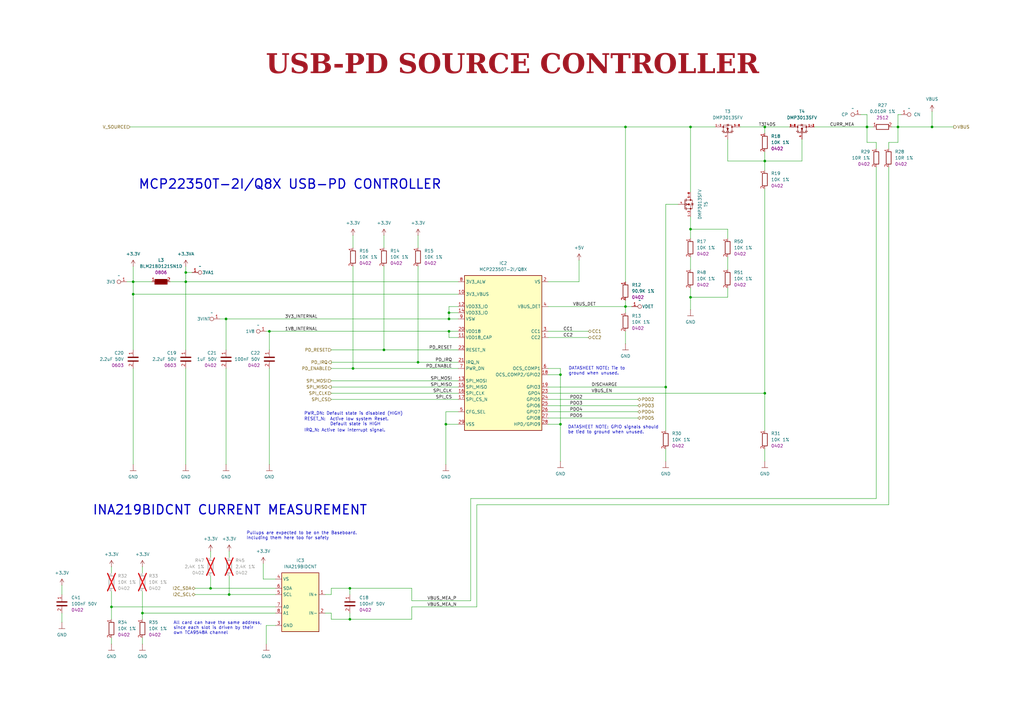
<source format=kicad_sch>
(kicad_sch (version 20250114) (generator "eeschema") (generator_version "9.0")
  (paper "A3")
  (title_block (title "Sheet Title B") (date "2025-01-12") (rev "1.0.0") (company "DvidMakesThings"))
  (lib_symbols
    (symbol "DS_Capacitor_0402:100nF 50V 0402"
      (property "Reference" "C" (at 3.81 2.032 0))
      (property "Value" "100nF 50V" (at 3.81 0 0))
      (property "FOOTPRINT_SHORT" "0402" (at 3.81 -2.032 0))
      (symbol "100nF 50V 0402_1_1"
        (pin passive line (at 0 3.81 270) (length 2.794) (name "~") (number "1"))
        (pin passive line (at 0 -3.81 90) (length 2.794) (name "~") (number "2"))
      )
    )
    (symbol "DS_Capacitor_0402:1uF 50V 0402"
      (property "Reference" "C" (at 3.81 2.032 0))
      (property "Value" "1uF 50V" (at 3.81 0 0))
      (property "FOOTPRINT_SHORT" "0402" (at 3.81 -2.032 0))
      (symbol "1uF 50V 0402_1_1"
        (pin passive line (at 0 3.81 270) (length 2.794) (name "~") (number "1"))
        (pin passive line (at 0 -3.81 90) (length 2.794) (name "~") (number "2"))
      )
    )
    (symbol "DS_Capacitor_0603:2.2uF 50V 0603"
      (property "Reference" "C" (at 3.81 2.032 0))
      (property "Value" "2.2uF 50V" (at 3.81 0 0))
      (property "FOOTPRINT_SHORT" "0603" (at 3.81 -2.032 0))
      (symbol "2.2uF 50V 0603_1_1"
        (pin passive line (at 0 3.81 270) (length 2.794) (name "~") (number "1"))
        (pin passive line (at 0 -3.81 90) (length 2.794) (name "~") (number "2"))
      )
    )
    (symbol "DS_FET:DMP3013SFV"
      (property "Reference" "T" (at 6.858 3.048 0))
      (property "Value" "DMP3013SFV" (at 6.858 0.762 0))
      (symbol "DMP3013SFV_1_1"
        (pin input line (at -5.08 0 0) (length 2.54) (name "") (number "4"))
        (pin passive line (at 0 5.08 270) (length 2.54) (name "") (number "5-8"))
        (pin passive line (at 0 -5.08 90) (length 2.54) (name "") (number "1-3"))
      )
    )
    (symbol "DS_Inductor:BLM21BD121SH1"
      (property "Reference" "L" (at 2.286 0.762 0))
      (property "Value" "BLM21BD121SN1D" (at 2.286 -1.524 0))
      (property "Package" "0806" (at 2.54 -3.556 0))
      (symbol "BLM21BD121SH1_1_1"
        (pin passive line (at 0 3.81 270) (length 1.27) (name "~") (number "1"))
        (pin passive line (at 0 -3.81 90) (length 1.27) (name "~") (number "2"))
      )
    )
    (symbol "DS_Peripherals:INA219BIDCNT"
      (property "Reference" "IC" (at -1.016 14.732 0))
      (property "Value" "INA219BIDCNT" (at -6.35 -13.208 0))
      (symbol "INA219BIDCNT_1_1"
        (pin power_in line (at -10.16 10.16 0) (length 2.54) (name "VS") (number "4"))
        (pin bidirectional line (at -10.16 6.35 0) (length 2.54) (name "SDA") (number "6"))
        (pin input line (at -10.16 3.81 0) (length 2.54) (name "SCL") (number "5"))
        (pin input line (at -10.16 -1.27 0) (length 2.54) (name "A0") (number "7"))
        (pin input line (at -10.16 -3.81 0) (length 2.54) (name "A1") (number "8"))
        (pin power_in line (at -10.16 -8.89 0) (length 2.54) (name "GND") (number "3"))
        (pin input line (at 10.16 3.81 180) (length 2.54) (name "IN+") (number "1"))
        (pin input line (at 10.16 -3.81 180) (length 2.54) (name "IN-") (number "2"))
      )
    )
    (symbol "DS_Peripherals:MCP22350T-2I"
      (property "Reference" "IC" (at -13.208 34.544 0))
      (property "Value" "MCP22350T-2I/Q8X" (at -2.54 -32.512 0))
      (symbol "MCP22350T-2I_0_0"
        (pin power_in line (at -20.32 30.48 0) (length 2.54) (name "3V3_ALW") (number "8"))
        (pin power_in line (at -20.32 25.4 0) (length 2.54) (name "3V3_VBUS") (number "10"))
        (pin power_in line (at -20.32 20.32 0) (length 2.54) (name "VDD33_IO") (number "12"))
        (pin power_in line (at -20.32 17.78 0) (length 2.54) (name "VDD33_IO") (number "14"))
        (pin unspecified line (at -20.32 15.24 0) (length 2.54) (name "VSW") (number "9"))
        (pin power_in line (at -20.32 10.16 0) (length 2.54) (name "VDD18") (number "20"))
        (pin power_in line (at -20.32 7.62 0) (length 2.54) (name "VDD18_CAP") (number "11"))
        (pin unspecified line (at -20.32 2.54 0) (length 2.54) (name "RESET_N") (number "22"))
        (pin unspecified line (at -20.32 -2.54 0) (length 2.54) (name "IRQ_N") (number "21"))
        (pin unspecified line (at -20.32 -10.16 0) (length 2.54) (name "SPI_MOSI") (number "13"))
        (pin unspecified line (at -20.32 -12.7 0) (length 2.54) (name "SPI_MISO") (number "15"))
        (pin unspecified line (at -20.32 -15.24 0) (length 2.54) (name "SPI_CLK") (number "16"))
        (pin unspecified line (at -20.32 -17.78 0) (length 2.54) (name "SPI_CS_N") (number "17"))
        (pin unspecified line (at -20.32 -22.86 0) (length 2.54) (name "CFG_SEL") (number "5"))
        (pin unspecified line (at 16.51 30.48 180) (length 2.54) (name "VS") (number "2"))
        (pin unspecified line (at 16.51 20.32 180) (length 2.54) (name "VBUS_DET") (number "4"))
        (pin unspecified line (at 16.51 10.16 180) (length 2.54) (name "CC1") (number "3"))
        (pin unspecified line (at 16.51 7.62 180) (length 2.54) (name "CC2") (number "1"))
        (pin unspecified line (at 16.51 -5.08 180) (length 2.54) (name "OCS_COMP1") (number "6"))
        (pin unspecified line (at 16.51 -7.62 180) (length 2.54) (name "OCS_COMP2/GPIO2") (number "18"))
        (pin unspecified line (at 16.51 -12.7 180) (length 2.54) (name "GPIO3") (number "19"))
        (pin unspecified line (at 16.51 -15.24 180) (length 2.54) (name "GPO4") (number "23"))
        (pin unspecified line (at 16.51 -17.78 180) (length 2.54) (name "GPIO5") (number "24"))
        (pin unspecified line (at 16.51 -20.32 180) (length 2.54) (name "GPIO6") (number "25"))
        (pin unspecified line (at 16.51 -22.86 180) (length 2.54) (name "GPIO7") (number "26"))
        (pin unspecified line (at 16.51 -25.4 180) (length 2.54) (name "GPIO8") (number "27"))
        (pin unspecified line (at 16.51 -27.94 180) (length 2.54) (name "HPD/GPIO9") (number "28"))
      )
      (symbol "MCP22350T-2I_1_0"
        (pin unspecified line (at -20.32 -5.08 0) (length 2.54) (name "PWR_DN") (number "7"))
        (pin unspecified line (at -20.32 -27.94 0) (length 2.54) (name "VSS") (number "29"))
      )
    )
    (symbol "DS_Resistor_0402:10K 1% 0402"
      (property "Reference" "R" (at 2.032 2.032 0))
      (property "Value" "10K 1%" (at 2.032 0 0))
      (property "FOOTPRINT_SHORT" "0402" (at 2.032 -2.032 0))
      (symbol "10K 1% 0402_1_1"
        (pin passive line (at 0 3.81 270) (length 1.27) (name "~") (number "1"))
        (pin passive line (at 0 -3.81 90) (length 1.27) (name "~") (number "2"))
      )
    )
    (symbol "DS_Resistor_0402:10R 1% 0402"
      (property "Reference" "R" (at 2.032 2.032 0))
      (property "Value" "10R 1%" (at 2.032 0 0))
      (property "FOOTPRINT_SHORT" "0402" (at 2.032 -2.032 0))
      (symbol "10R 1% 0402_1_1"
        (pin passive line (at 0 3.81 270) (length 1.27) (name "~") (number "1"))
        (pin passive line (at 0 -3.81 90) (length 1.27) (name "~") (number "2"))
      )
    )
    (symbol "DS_Resistor_0402:2.4K 1% 0402"
      (property "Reference" "R" (at 2.032 2.032 0))
      (property "Value" "2.4K 1%" (at 2.032 0 0))
      (property "FOOTPRINT_SHORT" "0402" (at 2.032 -2.032 0))
      (symbol "2.4K 1% 0402_1_1"
        (pin passive line (at 0 3.81 270) (length 1.27) (name "~") (number "1"))
        (pin passive line (at 0 -3.81 90) (length 1.27) (name "~") (number "2"))
      )
    )
    (symbol "DS_Resistor_0402:90.9K 1% 0402"
      (property "Reference" "R" (at 2.032 2.032 0))
      (property "Value" "90.9K 1%" (at 2.032 0 0))
      (property "FOOTPRINT_SHORT" "0402" (at 2.032 -2.032 0))
      (symbol "90.9K 1% 0402_1_1"
        (pin passive line (at 0 3.81 270) (length 1.27) (name "~") (number "1"))
        (pin passive line (at 0 -3.81 90) (length 1.27) (name "~") (number "2"))
      )
    )
    (symbol "DS_Resistor_2512:0.010R 1% 2512"
      (property "Reference" "R" (at 2.032 2.032 0))
      (property "Value" "0.010R 1%" (at 2.032 0 0))
      (property "FOOTPRINT_SHORT" "2512" (at 2.032 -2.032 0))
      (symbol "0.010R 1% 2512_1_1"
        (pin passive line (at 0 3.81 270) (length 1.27) (name "~") (number "1"))
        (pin passive line (at 0 -3.81 90) (length 1.27) (name "~") (number "2"))
      )
    )
    (symbol "DS_Supply:GND" (power) (pin_numbers (hide yes)) (pin_names (offset 0) (hide yes))
      (property "Value" "GND" (at 0 -3.81 0))
      (symbol "GND_1_1"
        (pin power_in line (at 0 0 270) (length 0) (name "~") (number "1"))
      )
    )
    (symbol "DS_Test:Test_Point"
      (property "Reference" "TP" (at 0 4.064 0))
      (symbol "Test_Point_1_1"
        (pin passive line (at 0 -1.27 90) (length 2.54) (name "") (number "1"))
      )
    )
    (symbol "power:+3.3V" (power) (pin_numbers (hide yes)) (pin_names (offset 0) (hide yes))
      (property "Value" "+3.3V" (at 0 3.556 0))
      (symbol "+3.3V_1_1"
        (pin power_in line (at 0 0 90) (length 0) (name "~") (number "1"))
      )
    )
    (symbol "power:+3.3VA" (power) (pin_numbers (hide yes)) (pin_names (offset 0) (hide yes))
      (property "Value" "+3.3VA" (at 0 3.556 0))
      (symbol "+3.3VA_1_1"
        (pin power_in line (at 0 0 90) (length 0) (name "~") (number "1"))
      )
    )
    (symbol "power:+5V" (power) (pin_numbers (hide yes)) (pin_names (offset 0) (hide yes))
      (property "Value" "+5V" (at 0 3.556 0))
      (symbol "+5V_1_1"
        (pin power_in line (at 0 0 90) (length 0) (name "~") (number "1"))
      )
    )
    (symbol "power:VBUS" (power) (pin_numbers (hide yes)) (pin_names (offset 0) (hide yes))
      (property "Value" "VBUS" (at 0 3.556 0))
      (symbol "VBUS_1_1"
        (pin power_in line (at 0 0 90) (length 0) (name "~") (number "1"))
      )
    )
  )
  (text "DATASHEET NOTE: Tie to \nground when unused." (at 233.172 152.146 0) (effects (font (size 1.27 1.27)) (justify left)))
  (text "MCP22350T-2I/Q8X USB-PD CONTROLLER" (at 56.642 75.692 0) (effects (font (size 3.81 3.81) (thickness 0.508) (bold yes)) (justify left)))
  (text "PWR_DN: Default state is disabled (HIGH)" (at 124.714 169.672 0) (effects (font (size 1.27 1.27)) (justify left)))
  (text "Pullups are expected to be on the Baseboard. \nIncluding them here too for safety" (at 101.092 219.71 0) (effects (font (size 1.27 1.27)) (justify left)))
  (text "RESET_N:  Active low system Reset. \n           Default state is HIGH" (at 124.714 172.974 0) (effects (font (size 1.27 1.27)) (justify left)))
  (text "DATASHEET NOTE: GPIO signals should \nbe tied to ground when unused." (at 232.918 176.276 0) (effects (font (size 1.27 1.27)) (justify left)))
  (text "All card can have the same address,\nsince each slot is driven by their\nown TCA9548A channel" (at 71.12 257.556 0) (effects (font (size 1.27 1.27)) (justify left)))
  (text "IRQ_N: Active low interrupt signal." (at 124.714 176.53 0) (effects (font (size 1.27 1.27)) (justify left)))
  (text "INA219BIDCNT CURRENT MEASUREMENT" (at 37.846 209.296 0) (effects (font (size 3.81 3.81) (thickness 0.508) (bold yes)) (justify left)))
  (text_box "USB-PD SOURCE CONTROLLER" (at 13.97 20.32 0) (size 392.43 12.7) (margins 5.9999 5.9999 5.9999 5.9999) (stroke (width -0.0001)) (effects (font (size 8 8) (thickness 1.2) (bold yes))))
  (junction (at 54.61 120.65))
  (junction (at 256.54 125.73))
  (junction (at 283.21 52.07))
  (junction (at 283.21 93.98))
  (junction (at 283.21 121.92))
  (junction (at 184.15 135.89))
  (junction (at 93.98 243.84))
  (junction (at 86.36 241.3))
  (junction (at 313.69 52.07))
  (junction (at 273.05 158.75))
  (junction (at 382.27 52.07))
  (junction (at 229.87 153.67))
  (junction (at 58.42 251.46))
  (junction (at 54.61 115.57))
  (junction (at 110.49 135.89))
  (junction (at 144.78 151.13))
  (junction (at 45.72 248.92))
  (junction (at 313.69 66.04))
  (junction (at 143.51 241.3))
  (junction (at 92.71 130.81))
  (junction (at 355.6 52.07))
  (junction (at 76.2 115.57))
  (junction (at 256.54 52.07))
  (junction (at 368.3 52.07))
  (junction (at 157.48 143.51))
  (junction (at 184.15 130.81))
  (junction (at 171.45 148.59))
  (junction (at 143.51 254))
  (junction (at 76.2 111.76))
  (junction (at 182.88 173.99))
  (junction (at 184.15 128.27))
  (junction (at 313.69 161.29))
  (junction (at 229.87 173.99))
  (wire (pts (xy 53.34 52.07) (xy 256.54 52.07)))
  (wire (pts (xy 256.54 123.19) (xy 256.54 125.73)))
  (wire (pts (xy 143.51 251.46) (xy 143.51 254)))
  (wire (pts (xy 86.36 241.3) (xy 113.03 241.3)))
  (wire (pts (xy 90.17 130.81) (xy 92.71 130.81)))
  (wire (pts (xy 256.54 125.73) (xy 259.08 125.73)))
  (wire (pts (xy 69.85 115.57) (xy 76.2 115.57)))
  (wire (pts (xy 171.45 148.59) (xy 187.96 148.59)))
  (wire (pts (xy 364.49 68.58) (xy 364.49 207.01)))
  (wire (pts (xy 135.89 254) (xy 143.51 254)))
  (wire (pts (xy 25.4 240.03) (xy 25.4 243.84)))
  (wire (pts (xy 109.22 135.89) (xy 110.49 135.89)))
  (wire (pts (xy 45.72 242.57) (xy 45.72 248.92)))
  (wire (pts (xy 135.89 241.3) (xy 143.51 241.3)))
  (wire (pts (xy 195.58 207.01) (xy 195.58 248.92)))
  (wire (pts (xy 135.89 156.21) (xy 187.96 156.21)))
  (wire (pts (xy 224.79 168.91) (xy 261.62 168.91)))
  (wire (pts (xy 135.89 151.13) (xy 144.78 151.13)))
  (wire (pts (xy 157.48 109.22) (xy 157.48 143.51)))
  (wire (pts (xy 283.21 118.11) (xy 283.21 121.92)))
  (wire (pts (xy 92.71 130.81) (xy 184.15 130.81)))
  (wire (pts (xy 365.76 52.07) (xy 368.3 52.07)))
  (wire (pts (xy 368.3 46.99) (xy 368.3 52.07)))
  (wire (pts (xy 256.54 52.07) (xy 283.21 52.07)))
  (wire (pts (xy 334.01 52.07) (xy 355.6 52.07)))
  (wire (pts (xy 184.15 128.27) (xy 187.96 128.27)))
  (wire (pts (xy 298.45 118.11) (xy 298.45 121.92)))
  (wire (pts (xy 229.87 173.99) (xy 229.87 189.23)))
  (wire (pts (xy 182.88 168.91) (xy 182.88 173.99)))
  (wire (pts (xy 93.98 226.06) (xy 93.98 228.6)))
  (wire (pts (xy 143.51 241.3) (xy 143.51 243.84)))
  (wire (pts (xy 283.21 110.49) (xy 283.21 105.41)))
  (wire (pts (xy 58.42 242.57) (xy 58.42 251.46)))
  (wire (pts (xy 224.79 171.45) (xy 261.62 171.45)))
  (wire (pts (xy 113.03 237.49) (xy 107.95 237.49)))
  (wire (pts (xy 283.21 93.98) (xy 298.45 93.98)))
  (wire (pts (xy 80.01 241.3) (xy 86.36 241.3)))
  (wire (pts (xy 92.71 190.5) (xy 92.71 151.13)))
  (wire (pts (xy 113.03 256.54) (xy 109.22 256.54)))
  (wire (pts (xy 355.6 46.99) (xy 355.6 52.07)))
  (wire (pts (xy 298.45 66.04) (xy 313.69 66.04)))
  (wire (pts (xy 364.49 60.96) (xy 364.49 58.42)))
  (wire (pts (xy 229.87 153.67) (xy 229.87 173.99)))
  (wire (pts (xy 168.91 248.92) (xy 195.58 248.92)))
  (wire (pts (xy 237.49 106.68) (xy 237.49 115.57)))
  (wire (pts (xy 187.96 125.73) (xy 184.15 125.73)))
  (wire (pts (xy 224.79 151.13) (xy 229.87 151.13)))
  (wire (pts (xy 143.51 254) (xy 168.91 254)))
  (wire (pts (xy 283.21 52.07) (xy 293.37 52.07)))
  (wire (pts (xy 168.91 246.38) (xy 193.04 246.38)))
  (wire (pts (xy 256.54 140.97) (xy 256.54 135.89)))
  (wire (pts (xy 144.78 109.22) (xy 144.78 151.13)))
  (wire (pts (xy 76.2 190.5) (xy 76.2 151.13)))
  (wire (pts (xy 382.27 52.07) (xy 391.16 52.07)))
  (wire (pts (xy 76.2 111.76) (xy 76.2 115.57)))
  (wire (pts (xy 368.3 58.42) (xy 368.3 52.07)))
  (wire (pts (xy 45.72 232.41) (xy 45.72 234.95)))
  (wire (pts (xy 224.79 161.29) (xy 313.69 161.29)))
  (wire (pts (xy 184.15 125.73) (xy 184.15 128.27)))
  (wire (pts (xy 224.79 115.57) (xy 237.49 115.57)))
  (wire (pts (xy 273.05 189.23) (xy 273.05 184.15)))
  (wire (pts (xy 359.41 58.42) (xy 355.6 58.42)))
  (wire (pts (xy 54.61 120.65) (xy 54.61 115.57)))
  (wire (pts (xy 355.6 58.42) (xy 355.6 52.07)))
  (wire (pts (xy 313.69 62.23) (xy 313.69 66.04)))
  (wire (pts (xy 256.54 125.73) (xy 256.54 128.27)))
  (wire (pts (xy 54.61 115.57) (xy 62.23 115.57)))
  (wire (pts (xy 133.35 251.46) (xy 135.89 251.46)))
  (wire (pts (xy 313.69 161.29) (xy 313.69 77.47)))
  (wire (pts (xy 52.07 115.57) (xy 54.61 115.57)))
  (wire (pts (xy 107.95 231.14) (xy 107.95 237.49)))
  (wire (pts (xy 54.61 190.5) (xy 54.61 151.13)))
  (wire (pts (xy 313.69 189.23) (xy 313.69 184.15)))
  (wire (pts (xy 313.69 66.04) (xy 313.69 69.85)))
  (wire (pts (xy 187.96 130.81) (xy 184.15 130.81)))
  (wire (pts (xy 368.3 52.07) (xy 382.27 52.07)))
  (wire (pts (xy 313.69 161.29) (xy 313.69 176.53)))
  (wire (pts (xy 298.45 93.98) (xy 298.45 97.79)))
  (wire (pts (xy 283.21 121.92) (xy 298.45 121.92)))
  (wire (pts (xy 135.89 163.83) (xy 187.96 163.83)))
  (wire (pts (xy 157.48 96.52) (xy 157.48 101.6)))
  (wire (pts (xy 224.79 138.43) (xy 241.3 138.43)))
  (wire (pts (xy 93.98 236.22) (xy 93.98 243.84)))
  (wire (pts (xy 298.45 57.15) (xy 298.45 66.04)))
  (wire (pts (xy 364.49 207.01) (xy 195.58 207.01)))
  (wire (pts (xy 359.41 60.96) (xy 359.41 58.42)))
  (wire (pts (xy 283.21 121.92) (xy 283.21 127)))
  (wire (pts (xy 54.61 115.57) (xy 54.61 109.22)))
  (wire (pts (xy 313.69 52.07) (xy 313.69 54.61)))
  (wire (pts (xy 54.61 120.65) (xy 54.61 143.51)))
  (wire (pts (xy 328.93 66.04) (xy 313.69 66.04)))
  (wire (pts (xy 135.89 148.59) (xy 171.45 148.59)))
  (wire (pts (xy 224.79 158.75) (xy 273.05 158.75)))
  (wire (pts (xy 313.69 52.07) (xy 323.85 52.07)))
  (wire (pts (xy 143.51 241.3) (xy 168.91 241.3)))
  (wire (pts (xy 58.42 232.41) (xy 58.42 234.95)))
  (wire (pts (xy 76.2 111.76) (xy 78.74 111.76)))
  (wire (pts (xy 58.42 261.62) (xy 58.42 264.16)))
  (wire (pts (xy 229.87 151.13) (xy 229.87 153.67)))
  (wire (pts (xy 168.91 254) (xy 168.91 248.92)))
  (wire (pts (xy 135.89 161.29) (xy 187.96 161.29)))
  (wire (pts (xy 283.21 78.74) (xy 283.21 52.07)))
  (wire (pts (xy 80.01 243.84) (xy 93.98 243.84)))
  (wire (pts (xy 110.49 135.89) (xy 110.49 143.51)))
  (wire (pts (xy 144.78 151.13) (xy 187.96 151.13)))
  (wire (pts (xy 58.42 251.46) (xy 113.03 251.46)))
  (wire (pts (xy 303.53 52.07) (xy 313.69 52.07)))
  (wire (pts (xy 224.79 166.37) (xy 261.62 166.37)))
  (wire (pts (xy 369.57 46.99) (xy 368.3 46.99)))
  (wire (pts (xy 92.71 130.81) (xy 92.71 143.51)))
  (wire (pts (xy 93.98 243.84) (xy 113.03 243.84)))
  (wire (pts (xy 187.96 135.89) (xy 184.15 135.89)))
  (wire (pts (xy 171.45 109.22) (xy 171.45 148.59)))
  (wire (pts (xy 224.79 173.99) (xy 229.87 173.99)))
  (wire (pts (xy 76.2 115.57) (xy 187.96 115.57)))
  (wire (pts (xy 58.42 251.46) (xy 58.42 254)))
  (wire (pts (xy 224.79 135.89) (xy 241.3 135.89)))
  (wire (pts (xy 359.41 204.47) (xy 193.04 204.47)))
  (wire (pts (xy 171.45 96.52) (xy 171.45 101.6)))
  (wire (pts (xy 224.79 153.67) (xy 229.87 153.67)))
  (wire (pts (xy 256.54 52.07) (xy 256.54 115.57)))
  (wire (pts (xy 187.96 120.65) (xy 54.61 120.65)))
  (wire (pts (xy 283.21 93.98) (xy 283.21 88.9)))
  (wire (pts (xy 182.88 173.99) (xy 182.88 190.5)))
  (wire (pts (xy 353.06 46.99) (xy 355.6 46.99)))
  (wire (pts (xy 168.91 241.3) (xy 168.91 246.38)))
  (wire (pts (xy 283.21 97.79) (xy 283.21 93.98)))
  (wire (pts (xy 76.2 115.57) (xy 76.2 143.51)))
  (wire (pts (xy 328.93 57.15) (xy 328.93 66.04)))
  (wire (pts (xy 355.6 52.07) (xy 358.14 52.07)))
  (wire (pts (xy 25.4 255.27) (xy 25.4 251.46)))
  (wire (pts (xy 133.35 243.84) (xy 135.89 243.84)))
  (wire (pts (xy 144.78 96.52) (xy 144.78 101.6)))
  (wire (pts (xy 110.49 190.5) (xy 110.49 151.13)))
  (wire (pts (xy 135.89 251.46) (xy 135.89 254)))
  (wire (pts (xy 224.79 163.83) (xy 261.62 163.83)))
  (wire (pts (xy 273.05 83.82) (xy 278.13 83.82)))
  (wire (pts (xy 193.04 204.47) (xy 193.04 246.38)))
  (wire (pts (xy 86.36 226.06) (xy 86.36 228.6)))
  (wire (pts (xy 382.27 45.72) (xy 382.27 52.07)))
  (wire (pts (xy 109.22 256.54) (xy 109.22 264.16)))
  (wire (pts (xy 273.05 158.75) (xy 273.05 176.53)))
  (wire (pts (xy 45.72 261.62) (xy 45.72 264.16)))
  (wire (pts (xy 135.89 158.75) (xy 187.96 158.75)))
  (wire (pts (xy 359.41 68.58) (xy 359.41 204.47)))
  (wire (pts (xy 86.36 236.22) (xy 86.36 241.3)))
  (wire (pts (xy 135.89 243.84) (xy 135.89 241.3)))
  (wire (pts (xy 224.79 125.73) (xy 256.54 125.73)))
  (wire (pts (xy 184.15 128.27) (xy 184.15 130.81)))
  (wire (pts (xy 45.72 248.92) (xy 113.03 248.92)))
  (wire (pts (xy 273.05 158.75) (xy 273.05 83.82)))
  (wire (pts (xy 187.96 168.91) (xy 182.88 168.91)))
  (wire (pts (xy 364.49 58.42) (xy 368.3 58.42)))
  (wire (pts (xy 187.96 173.99) (xy 182.88 173.99)))
  (wire (pts (xy 298.45 105.41) (xy 298.45 110.49)))
  (wire (pts (xy 45.72 248.92) (xy 45.72 254)))
  (wire (pts (xy 184.15 138.43) (xy 184.15 135.89)))
  (wire (pts (xy 76.2 111.76) (xy 76.2 109.22)))
  (wire (pts (xy 187.96 138.43) (xy 184.15 138.43)))
  (wire (pts (xy 110.49 135.89) (xy 184.15 135.89)))
  (wire (pts (xy 157.48 143.51) (xy 187.96 143.51)))
  (wire (pts (xy 135.89 143.51) (xy 157.48 143.51)))
  (label "PD_IRQ" (at 185.42 148.59 180))
  (label "SPI_CS" (at 185.42 163.83 180))
  (label "VBUS_EN" (at 242.57 161.29 0))
  (label "PDO3" (at 233.68 166.37 0))
  (label "VBUS_DET" (at 234.95 125.73 0))
  (label "PDO2" (at 233.68 163.83 0))
  (label "1V8_INTERNAL" (at 116.84 135.89 0))
  (label "VBUS_MEA_P" (at 175.26 246.38 0))
  (label "PDO5" (at 233.68 171.45 0))
  (label "T3T4DS" (at 311.15 52.07 0))
  (label "SPI_MISO" (at 185.42 158.75 180))
  (label "PD_RESET" (at 185.42 143.51 180))
  (label "CC1" (at 234.95 135.89 180))
  (label "PD_ENABLE" (at 185.42 151.13 180))
  (label "DISCHARGE" (at 242.57 158.75 0))
  (label "SPI_MOSI" (at 185.42 156.21 180))
  (label "VBUS_MEA_N" (at 175.26 248.92 0))
  (label "3V3_INTERNAL" (at 116.84 130.81 0))
  (label "CURR_MEA" (at 340.36 52.07 0))
  (label "SPI_CLK" (at 185.42 161.29 180))
  (label "PDO4" (at 233.68 168.91 0))
  (label "CC2" (at 234.95 138.43 180))
  (hierarchical_label "I2C_SCL" (shape bidirectional) (at 80.01 243.84 180))
  (hierarchical_label "PD_RESET" (shape input) (at 135.89 143.51 180))
  (hierarchical_label "V_SOURCE" (shape input) (at 53.34 52.07 180))
  (hierarchical_label "PD_ENABLE" (shape input) (at 135.89 151.13 180))
  (hierarchical_label "SPI_MISO" (shape output) (at 135.89 158.75 180))
  (hierarchical_label "PDO4" (shape bidirectional) (at 261.62 168.91 0))
  (hierarchical_label "SPI_MOSI" (shape input) (at 135.89 156.21 180))
  (hierarchical_label "PD_IRQ" (shape output) (at 135.89 148.59 180))
  (hierarchical_label "CC1" (shape bidirectional) (at 241.3 135.89 0))
  (hierarchical_label "PDO5" (shape bidirectional) (at 261.62 171.45 0))
  (hierarchical_label "PDO2" (shape bidirectional) (at 261.62 163.83 0))
  (hierarchical_label "SPI_CS" (shape input) (at 135.89 163.83 180))
  (hierarchical_label "CC2" (shape bidirectional) (at 241.3 138.43 0))
  (hierarchical_label "I2C_SDA" (shape bidirectional) (at 80.01 241.3 180))
  (hierarchical_label "PDO3" (shape bidirectional) (at 261.62 166.37 0))
  (hierarchical_label "SPI_CLK" (shape input) (at 135.89 161.29 180))
  (hierarchical_label "VBUS" (shape output) (at 391.16 52.07 0))
  (symbol (lib_id "DS_Resistor_0402:10K 1% 0402") (at 157.48 105.41 0) (unit 1)
    (property "Reference" "R14" (at 160.02 102.8699 0) (effects (justify left)))
    (property "Value" "10K 1%" (at 160.02 105.4099 0) (effects (justify left)))
    (property "Footprint" "Resistor_SMD:R_0402_1005Metric" (effects (hide yes)))
    (property "Description" "62.5mW Thick Film Resistors 50V ±100ppm/℃ ±1% 10kΩ 0402 Chip Resistor - Surface Mount ROHS" (effects (hide yes)))
    (property "LCSC_PART" "C25744" (effects (hide yes)))
    (property "ROHS" "YES" (effects (hide yes)))
    (property "FOOTPRINT_SHORT" "0402" (at 160.02 107.9499 0) (effects (justify left)))
    (property "MFR" "ROHM" (effects (hide yes)))
  )
  (symbol (lib_id "DS_Test:Test_Point") (at 107.95 135.89 90) (unit 1)
    (property "Reference" "1V8" (at 102.616 135.89 90))
    (property "Value" "~" (at 105.918 133.35 90))
    (property "Footprint" "DS_Test:TestPoint_0.6mm" (effects (hide yes)))
  )
  (symbol (lib_id "DS_Test:Test_Point") (at 80.01 111.76 270) (mirror x) (unit 1)
    (property "Reference" "3VA1" (at 85.344 111.76 90))
    (property "Value" "~" (at 82.042 109.22 90))
    (property "Footprint" "DS_Test:TestPoint_0.6mm" (effects (hide yes)))
  )
  (symbol (lib_id "power:+5V") (at 237.49 106.68 0) (unit 1)
    (property "Reference" "#PWR31" (effects (hide yes)))
    (property "Value" "+5V" (at 237.49 101.6 0))
    (property "Description" "Power symbol creates a global label with name \"+5V\"" (effects (hide yes)))
  )
  (symbol (lib_id "DS_Supply:GND") (at 92.71 190.5 0) (unit 1)
    (property "Reference" "#PWR29" (effects (hide yes)))
    (property "Value" "GND" (at 92.71 195.58 0))
    (property "Description" "Power symbol creates a global label with name \"GND\" , ground" (effects (hide yes)))
  )
  (symbol (lib_id "power:+3.3V") (at 45.72 232.41 0) (unit 1)
    (property "Reference" "#PWR45" (effects (hide yes)))
    (property "Value" "+3.3V" (at 45.72 227.33 0))
    (property "Description" "Power symbol creates a global label with name \"+3.3V\"" (effects (hide yes)))
  )
  (symbol (lib_id "DS_Supply:GND") (at 256.54 140.97 0) (unit 1)
    (property "Reference" "#PWR32" (effects (hide yes)))
    (property "Value" "GND" (at 256.54 146.05 0))
    (property "Description" "Power symbol creates a global label with name \"GND\" , ground" (effects (hide yes)))
  )
  (symbol (lib_id "DS_Test:Test_Point") (at 351.79 46.99 90) (unit 1)
    (property "Reference" "CP" (at 346.456 46.99 90))
    (property "Value" "~" (at 349.758 44.45 90))
    (property "Footprint" "DS_Test:TestPoint_0.6mm" (effects (hide yes)))
  )
  (symbol (lib_id "DS_Capacitor_0402:100nF 50V 0402") (at 110.49 147.32 0) (mirror y) (unit 1)
    (property "Reference" "C22" (at 106.68 144.7799 0) (effects (justify left)))
    (property "Value" "100nF 50V" (at 106.68 147.3199 0) (effects (justify left)))
    (property "Footprint" "Capacitor_SMD:C_0402_1005Metric" (effects (hide yes)))
    (property "Description" "50V 100nF X7R ±10% 0402 Multilayer Ceramic Capacitors MLCC - SMD/SMT ROHS" (effects (hide yes)))
    (property "FOOTPRINT_SHORT" "0402" (at 106.68 149.8599 0) (effects (justify left)))
    (property "ROHS" "YES" (effects (hide yes)))
    (property "LCSC_PART" "C307331" (effects (hide yes)))
  )
  (symbol (lib_id "DS_Supply:GND") (at 109.22 264.16 0) (unit 1)
    (property "Reference" "#PWR43" (effects (hide yes)))
    (property "Value" "GND" (at 109.22 269.24 0))
    (property "Description" "Power symbol creates a global label with name \"GND\" , ground" (effects (hide yes)))
  )
  (symbol (lib_id "DS_Resistor_0402:2.4K 1% 0402") (at 86.36 232.41 0) (mirror y) (unit 1) (in_bom no) (dnp yes)
    (property "Reference" "R47" (at 83.82 229.8699 0) (effects (justify left)))
    (property "Value" "2.4K 1%" (at 83.82 232.4099 0) (effects (justify left)))
    (property "Footprint" "Resistor_SMD:R_0402_1005Metric" (effects (hide yes)))
    (property "Description" "62.5mW Thick Film Resistors 50V ±100ppm/℃ ±1% 2.4kΩ 0402 Chip Resistor - Surface Mount ROHS" (effects (hide yes)))
    (property "LCSC_PART" "C25882" (effects (hide yes)))
    (property "ROHS" "YES" (effects (hide yes)))
    (property "FOOTPRINT_SHORT" "0402" (at 83.82 234.9499 0) (effects (justify left)))
    (property "MFR" "LIZ" (effects (hide yes)))
  )
  (symbol (lib_id "DS_Peripherals:MCP22350T-2I") (at 208.28 146.05 0) (unit 1)
    (property "Reference" "IC2" (at 206.375 107.95 0))
    (property "Value" "MCP22350T-2I/Q8X" (at 206.375 110.49 0))
    (property "Footprint" "DS_Peripherals:QFN-28-1EP_4x4mm_P0.4mm_EP2.6x2.6mm_ThermalVias" (effects (hide yes)))
    (property "Datasheet" "https://ww1.microchip.com/downloads/aemDocuments/documents/APID/ProductDocuments/DataSheets/MCP22350-Integrated-Small-Form-Factor-USB-Type-C-Data-Sheet-DS20006885.pdf" (effects (hide yes)))
    (property "Description" "USB Controller USB 3.1 SPI Interface 28-QFN (4x4)" (effects (hide yes)))
    (property "MPN" "MCP22350T-2I/Q8X" (effects (hide yes)))
    (property "MFR" "Microchip Technology" (effects (hide yes)))
    (property "LCSC_PART" "C38202699" (effects (hide yes)))
    (property "DIST1" "https://www.digikey.de/en/products/detail/texas-instruments/sn74lvc1g97qdckrq1/716453" (effects (hide yes)))
    (property "ROHS" "YES" (effects (hide yes)))
  )
  (symbol (lib_id "DS_Test:Test_Point") (at 50.8 115.57 90) (unit 1)
    (property "Reference" "3V3" (at 45.466 115.57 90))
    (property "Value" "~" (at 48.768 113.03 90))
    (property "Footprint" "DS_Test:TestPoint_0.6mm" (effects (hide yes)))
  )
  (symbol (lib_id "DS_Resistor_0402:2.4K 1% 0402") (at 93.98 232.41 0) (unit 1) (in_bom no) (dnp yes)
    (property "Reference" "R45" (at 96.52 229.8699 0) (effects (justify left)))
    (property "Value" "2.4K 1%" (at 96.52 232.4099 0) (effects (justify left)))
    (property "Footprint" "Resistor_SMD:R_0402_1005Metric" (effects (hide yes)))
    (property "Description" "62.5mW Thick Film Resistors 50V ±100ppm/℃ ±1% 2.4kΩ 0402 Chip Resistor - Surface Mount ROHS" (effects (hide yes)))
    (property "LCSC_PART" "C25882" (effects (hide yes)))
    (property "ROHS" "YES" (effects (hide yes)))
    (property "FOOTPRINT_SHORT" "0402" (at 96.52 234.9499 0) (effects (justify left)))
    (property "MFR" "LIZ" (effects (hide yes)))
  )
  (symbol (lib_id "DS_Supply:GND") (at 76.2 190.5 0) (unit 1)
    (property "Reference" "#PWR26" (effects (hide yes)))
    (property "Value" "GND" (at 76.2 195.58 0))
    (property "Description" "Power symbol creates a global label with name \"GND\" , ground" (effects (hide yes)))
  )
  (symbol (lib_id "DS_Resistor_0402:10R 1% 0402") (at 359.41 64.77 0) (mirror y) (unit 1)
    (property "Reference" "R29" (at 356.87 62.2299 0) (effects (justify left)))
    (property "Value" "10R 1%" (at 356.87 64.7699 0) (effects (justify left)))
    (property "Footprint" "Resistor_SMD:R_0402_1005Metric" (effects (hide yes)))
    (property "Description" "62.5mW Thick Film Resistors 50V ±1% ±200ppm/℃ 10Ω 0402 Chip Resistor - Surface Mount ROHS" (effects (hide yes)))
    (property "LCSC_PART" "C25077" (effects (hide yes)))
    (property "ROHS" "YES" (effects (hide yes)))
    (property "FOOTPRINT_SHORT" "0402" (at 356.87 67.3099 0) (effects (justify left)))
    (property "MFR" "Uniohm" (effects (hide yes)))
  )
  (symbol (lib_id "DS_Resistor_0402:10K 1% 0402") (at 283.21 114.3 0) (unit 1)
    (property "Reference" "R48" (at 285.75 111.7599 0) (effects (justify left)))
    (property "Value" "10K 1%" (at 285.75 114.2999 0) (effects (justify left)))
    (property "Footprint" "Resistor_SMD:R_0402_1005Metric" (effects (hide yes)))
    (property "Description" "62.5mW Thick Film Resistors 50V ±100ppm/℃ ±1% 10kΩ 0402 Chip Resistor - Surface Mount ROHS" (effects (hide yes)))
    (property "LCSC_PART" "C25744" (effects (hide yes)))
    (property "ROHS" "YES" (effects (hide yes)))
    (property "FOOTPRINT_SHORT" "0402" (at 285.75 116.8399 0) (effects (justify left)))
    (property "MFR" "ROHM" (effects (hide yes)))
  )
  (symbol (lib_id "DS_Test:Test_Point") (at 370.84 46.99 270) (mirror x) (unit 1)
    (property "Reference" "CN" (at 376.174 46.99 90))
    (property "Value" "~" (at 372.872 44.45 90))
    (property "Footprint" "DS_Test:TestPoint_0.6mm" (effects (hide yes)))
  )
  (symbol (lib_id "power:+3.3V") (at 54.61 109.22 0) (unit 1)
    (property "Reference" "#PWR24" (effects (hide yes)))
    (property "Value" "+3.3V" (at 54.61 104.14 0))
    (property "Description" "Power symbol creates a global label with name \"+3.3V\"" (effects (hide yes)))
  )
  (symbol (lib_id "DS_Supply:GND") (at 313.69 189.23 0) (unit 1)
    (property "Reference" "#PWR42" (effects (hide yes)))
    (property "Value" "GND" (at 313.69 194.31 0))
    (property "Description" "Power symbol creates a global label with name \"GND\" , ground" (effects (hide yes)))
  )
  (symbol (lib_id "DS_Resistor_0402:10R 1% 0402") (at 364.49 64.77 0) (unit 1)
    (property "Reference" "R28" (at 367.03 62.2299 0) (effects (justify left)))
    (property "Value" "10R 1%" (at 367.03 64.7699 0) (effects (justify left)))
    (property "Footprint" "Resistor_SMD:R_0402_1005Metric" (effects (hide yes)))
    (property "Description" "62.5mW Thick Film Resistors 50V ±1% ±200ppm/℃ 10Ω 0402 Chip Resistor - Surface Mount ROHS" (effects (hide yes)))
    (property "LCSC_PART" "C25077" (effects (hide yes)))
    (property "ROHS" "YES" (effects (hide yes)))
    (property "FOOTPRINT_SHORT" "0402" (at 367.03 67.3099 0) (effects (justify left)))
    (property "MFR" "Uniohm" (effects (hide yes)))
  )
  (symbol (lib_id "DS_Resistor_0402:10K 1% 0402") (at 313.69 180.34 0) (unit 1)
    (property "Reference" "R31" (at 316.23 177.7999 0) (effects (justify left)))
    (property "Value" "10K 1%" (at 316.23 180.3399 0) (effects (justify left)))
    (property "Footprint" "Resistor_SMD:R_0402_1005Metric" (effects (hide yes)))
    (property "Description" "62.5mW Thick Film Resistors 50V ±100ppm/℃ ±1% 10kΩ 0402 Chip Resistor - Surface Mount ROHS" (effects (hide yes)))
    (property "LCSC_PART" "C25744" (effects (hide yes)))
    (property "ROHS" "YES" (effects (hide yes)))
    (property "FOOTPRINT_SHORT" "0402" (at 316.23 182.8799 0) (effects (justify left)))
    (property "MFR" "ROHM" (effects (hide yes)))
  )
  (symbol (lib_id "DS_Supply:GND") (at 283.21 127 0) (unit 1)
    (property "Reference" "#PWR37" (effects (hide yes)))
    (property "Value" "GND" (at 283.21 132.08 0))
    (property "Description" "Power symbol creates a global label with name \"GND\" , ground" (effects (hide yes)))
  )
  (symbol (lib_id "DS_Resistor_2512:0.010R 1% 2512") (at 361.95 52.07 90) (unit 1)
    (property "Reference" "R27" (at 361.95 43.18 90))
    (property "Value" "0.010R 1%" (at 361.95 45.72 90))
    (property "Footprint" "Resistor_SMD:R_2512_6332Metric" (effects (hide yes)))
    (property "Description" "-55℃~+155℃ 10mΩ 1W 200V Thick Film Resistor ±1% ±1500ppm/℃ 2512 Chip Resistor - Surface Mount ROHS" (effects (hide yes)))
    (property "LCSC_PART" "C127692" (effects (hide yes)))
    (property "ROHS" "YES" (effects (hide yes)))
    (property "FOOTPRINT_SHORT" "2512" (at 361.95 48.26 90))
    (property "MFR" " UNI-ROYAL" (effects (hide yes)))
  )
  (symbol (lib_id "power:+3.3V") (at 144.78 96.52 0) (unit 1)
    (property "Reference" "#PWR36" (effects (hide yes)))
    (property "Value" "+3.3V" (at 144.78 91.44 0))
    (property "Description" "Power symbol creates a global label with name \"+3.3V\"" (effects (hide yes)))
  )
  (symbol (lib_id "DS_Supply:GND") (at 25.4 255.27 0) (unit 1)
    (property "Reference" "#PWR090" (effects (hide yes)))
    (property "Value" "GND" (at 25.4 260.35 0))
    (property "Description" "Power symbol creates a global label with name \"GND\" , ground" (effects (hide yes)))
  )
  (symbol (lib_id "DS_Resistor_0402:10K 1% 0402") (at 283.21 101.6 0) (unit 1)
    (property "Reference" "R17" (at 285.75 99.0599 0) (effects (justify left)))
    (property "Value" "10K 1%" (at 285.75 101.5999 0) (effects (justify left)))
    (property "Footprint" "Resistor_SMD:R_0402_1005Metric" (effects (hide yes)))
    (property "Description" "62.5mW Thick Film Resistors 50V ±100ppm/℃ ±1% 10kΩ 0402 Chip Resistor - Surface Mount ROHS" (effects (hide yes)))
    (property "LCSC_PART" "C25744" (effects (hide yes)))
    (property "ROHS" "YES" (effects (hide yes)))
    (property "FOOTPRINT_SHORT" "0402" (at 285.75 104.1399 0) (effects (justify left)))
    (property "MFR" "ROHM" (effects (hide yes)))
  )
  (symbol (lib_id "power:+3.3V") (at 58.42 232.41 0) (unit 1)
    (property "Reference" "#PWR44" (effects (hide yes)))
    (property "Value" "+3.3V" (at 58.42 227.33 0))
    (property "Description" "Power symbol creates a global label with name \"+3.3V\"" (effects (hide yes)))
  )
  (symbol (lib_id "DS_Supply:GND") (at 229.87 189.23 0) (unit 1)
    (property "Reference" "#PWR38" (effects (hide yes)))
    (property "Value" "GND" (at 229.87 194.31 0))
    (property "Description" "Power symbol creates a global label with name \"GND\" , ground" (effects (hide yes)))
  )
  (symbol (lib_id "DS_Resistor_0402:90.9K 1% 0402") (at 256.54 119.38 0) (unit 1)
    (property "Reference" "R12" (at 259.08 116.8399 0) (effects (justify left)))
    (property "Value" "90.9K 1%" (at 259.08 119.3799 0) (effects (justify left)))
    (property "Footprint" "Resistor_SMD:R_0402_1005Metric" (effects (hide yes)))
    (property "Datasheet" "https://jlcpcb.com/api/file/downloadByFileSystemAccessId/8588907086897537024" (effects (hide yes)))
    (property "Description" "90.9kΩ Thick Film Resistor ±1% ±100ppm/°C 0402 Chip Resistor - Surface Mount ROHS" (effects (hide yes)))
    (property "LCSC_PART" "C163452" (effects (hide yes)))
    (property "ROHS" "YES" (effects (hide yes)))
    (property "FOOTPRINT_SHORT" "0402" (at 259.08 121.9199 0) (effects (justify left)))
    (property "MFR" "YAGEO" (effects (hide yes)))
    (property "MPN" "RC0402FR-0790K9L" (effects (hide yes)))
  )
  (symbol (lib_id "DS_Resistor_0402:10K 1% 0402") (at 171.45 105.41 0) (unit 1)
    (property "Reference" "R15" (at 173.99 102.8699 0) (effects (justify left)))
    (property "Value" "10K 1%" (at 173.99 105.4099 0) (effects (justify left)))
    (property "Footprint" "Resistor_SMD:R_0402_1005Metric" (effects (hide yes)))
    (property "Description" "62.5mW Thick Film Resistors 50V ±100ppm/℃ ±1% 10kΩ 0402 Chip Resistor - Surface Mount ROHS" (effects (hide yes)))
    (property "LCSC_PART" "C25744" (effects (hide yes)))
    (property "ROHS" "YES" (effects (hide yes)))
    (property "FOOTPRINT_SHORT" "0402" (at 173.99 107.9499 0) (effects (justify left)))
    (property "MFR" "ROHM" (effects (hide yes)))
  )
  (symbol (lib_id "DS_Resistor_0402:10K 1% 0402") (at 58.42 257.81 0) (unit 1)
    (property "Reference" "R35" (at 60.96 255.2699 0) (effects (justify left)))
    (property "Value" "10K 1%" (at 60.96 257.8099 0) (effects (justify left)))
    (property "Footprint" "Resistor_SMD:R_0402_1005Metric" (effects (hide yes)))
    (property "Description" "62.5mW Thick Film Resistors 50V ±100ppm/℃ ±1% 10kΩ 0402 Chip Resistor - Surface Mount ROHS" (effects (hide yes)))
    (property "LCSC_PART" "C25744" (effects (hide yes)))
    (property "ROHS" "YES" (effects (hide yes)))
    (property "FOOTPRINT_SHORT" "0402" (at 60.96 260.3499 0) (effects (justify left)))
    (property "MFR" "ROHM" (effects (hide yes)))
  )
  (symbol (lib_id "power:VBUS") (at 382.27 45.72 0) (unit 1)
    (property "Reference" "#PWR33" (effects (hide yes)))
    (property "Value" "VBUS" (at 382.27 40.64 0))
    (property "Description" "Power symbol creates a global label with name \"VBUS\"" (effects (hide yes)))
  )
  (symbol (lib_id "DS_Resistor_0402:10K 1% 0402") (at 313.69 58.42 0) (unit 1)
    (property "Reference" "R18" (at 316.23 55.8799 0) (effects (justify left)))
    (property "Value" "10K 1%" (at 316.23 58.4199 0) (effects (justify left)))
    (property "Footprint" "Resistor_SMD:R_0402_1005Metric" (effects (hide yes)))
    (property "Description" "62.5mW Thick Film Resistors 50V ±100ppm/℃ ±1% 10kΩ 0402 Chip Resistor - Surface Mount ROHS" (effects (hide yes)))
    (property "LCSC_PART" "C25744" (effects (hide yes)))
    (property "ROHS" "YES" (effects (hide yes)))
    (property "FOOTPRINT_SHORT" "0402" (at 316.23 60.9599 0) (effects (justify left)))
    (property "MFR" "ROHM" (effects (hide yes)))
  )
  (symbol (lib_id "DS_Capacitor_0603:2.2uF 50V 0603") (at 76.2 147.32 0) (mirror y) (unit 1)
    (property "Reference" "C19" (at 72.39 144.7799 0) (effects (justify left)))
    (property "Value" "2.2uF 50V" (at 72.39 147.3199 0) (effects (justify left)))
    (property "Footprint" "Capacitor_SMD:C_0603_1608Metric" (effects (hide yes)))
    (property "Description" "50V 2.2uF X5R ±10% 0603 Multilayer Ceramic Capacitors MLCC - SMD/SMT ROHS" (effects (hide yes)))
    (property "FOOTPRINT_SHORT" "0603" (at 72.39 149.8599 0) (effects (justify left)))
    (property "ROHS" "YES" (effects (hide yes)))
    (property "LCSC_PART" "C913904" (effects (hide yes)))
    (property "MFR" "FH" (effects (hide yes)))
  )
  (symbol (lib_id "DS_Peripherals:INA219BIDCNT") (at 123.19 247.65 0) (unit 1)
    (property "Reference" "IC3" (at 123.19 229.87 0))
    (property "Value" "INA219BIDCNT" (at 123.19 232.41 0))
    (property "Footprint" "DS_Peripherals:SOT-23-8" (effects (hide yes)))
    (property "Datasheet" "https://www.ti.com/lit/ds/symlink/ina219.pdf" (effects (hide yes)))
    (property "Description" "Current Monitor Regulator High-Side 10mA SOT-23-8" (effects (hide yes)))
    (property "MPN" "INA219BIDCNT" (effects (hide yes)))
    (property "MFR" "Texas Instruments" (effects (hide yes)))
    (property "ROHS" "YES" (effects (hide yes)))
    (property "LCSC_PART" "C2653868" (effects (hide yes)))
    (property "DIST1" "https://www.digikey.de/en/products/detail/texas-instruments/ina190a1idckr/10434706" (effects (hide yes)))
  )
  (symbol (lib_id "DS_Resistor_0402:10K 1% 0402") (at 144.78 105.41 0) (unit 1)
    (property "Reference" "R16" (at 147.32 102.8699 0) (effects (justify left)))
    (property "Value" "10K 1%" (at 147.32 105.4099 0) (effects (justify left)))
    (property "Footprint" "Resistor_SMD:R_0402_1005Metric" (effects (hide yes)))
    (property "Description" "62.5mW Thick Film Resistors 50V ±100ppm/℃ ±1% 10kΩ 0402 Chip Resistor - Surface Mount ROHS" (effects (hide yes)))
    (property "LCSC_PART" "C25744" (effects (hide yes)))
    (property "ROHS" "YES" (effects (hide yes)))
    (property "FOOTPRINT_SHORT" "0402" (at 147.32 107.9499 0) (effects (justify left)))
    (property "MFR" "ROHM" (effects (hide yes)))
  )
  (symbol (lib_id "power:+3.3VA") (at 76.2 109.22 0) (unit 1)
    (property "Reference" "#PWR25" (effects (hide yes)))
    (property "Value" "+3.3VA" (at 76.2 104.14 0))
    (property "Description" "Power symbol creates a global label with name \"+3.3VA\"" (effects (hide yes)))
  )
  (symbol (lib_id "power:+3.3V") (at 93.98 226.06 0) (unit 1)
    (property "Reference" "#PWR083" (effects (hide yes)))
    (property "Value" "+3.3V" (at 93.98 220.98 0))
    (property "Description" "Power symbol creates a global label with name \"+3.3V\"" (effects (hide yes)))
  )
  (symbol (lib_id "DS_Supply:GND") (at 58.42 264.16 0) (unit 1)
    (property "Reference" "#PWR46" (effects (hide yes)))
    (property "Value" "GND" (at 58.42 269.24 0))
    (property "Description" "Power symbol creates a global label with name \"GND\" , ground" (effects (hide yes)))
  )
  (symbol (lib_id "power:+3.3V") (at 107.95 231.14 0) (unit 1)
    (property "Reference" "#PWR23" (effects (hide yes)))
    (property "Value" "+3.3V" (at 107.95 226.06 0))
    (property "Description" "Power symbol creates a global label with name \"+3.3V\"" (effects (hide yes)))
  )
  (symbol (lib_id "DS_Capacitor_0402:100nF 50V 0402") (at 25.4 247.65 0) (unit 1)
    (property "Reference" "C41" (at 29.21 245.1099 0) (effects (justify left)))
    (property "Value" "100nF 50V" (at 29.21 247.6499 0) (effects (justify left)))
    (property "Footprint" "Capacitor_SMD:C_0402_1005Metric" (effects (hide yes)))
    (property "Description" "50V 100nF X7R ±10% 0402 Multilayer Ceramic Capacitors MLCC - SMD/SMT ROHS" (effects (hide yes)))
    (property "FOOTPRINT_SHORT" "0402" (at 29.21 250.1899 0) (effects (justify left)))
    (property "ROHS" "YES" (effects (hide yes)))
    (property "LCSC_PART" "C307331" (effects (hide yes)))
  )
  (symbol (lib_id "DS_Test:Test_Point") (at 88.9 130.81 90) (unit 1)
    (property "Reference" "3VINT" (at 83.566 130.81 90))
    (property "Value" "~" (at 86.868 128.27 90))
    (property "Footprint" "DS_Test:TestPoint_0.6mm" (effects (hide yes)))
  )
  (symbol (lib_id "power:+3.3V") (at 25.4 240.03 0) (mirror y) (unit 1)
    (property "Reference" "#PWR089" (effects (hide yes)))
    (property "Value" "+3.3V" (at 25.4 234.95 0))
    (property "Description" "Power symbol creates a global label with name \"+3.3V\"" (effects (hide yes)))
  )
  (symbol (lib_id "DS_Resistor_0402:10K 1% 0402") (at 313.69 73.66 0) (unit 1)
    (property "Reference" "R19" (at 316.23 71.1199 0) (effects (justify left)))
    (property "Value" "10K 1%" (at 316.23 73.6599 0) (effects (justify left)))
    (property "Footprint" "Resistor_SMD:R_0402_1005Metric" (effects (hide yes)))
    (property "Description" "62.5mW Thick Film Resistors 50V ±100ppm/℃ ±1% 10kΩ 0402 Chip Resistor - Surface Mount ROHS" (effects (hide yes)))
    (property "LCSC_PART" "C25744" (effects (hide yes)))
    (property "ROHS" "YES" (effects (hide yes)))
    (property "FOOTPRINT_SHORT" "0402" (at 316.23 76.1999 0) (effects (justify left)))
    (property "MFR" "ROHM" (effects (hide yes)))
  )
  (symbol (lib_id "DS_Test:Test_Point") (at 260.35 125.73 270) (mirror x) (unit 1)
    (property "Reference" "VDET" (at 265.684 125.73 90))
    (property "Value" "~" (at 262.382 123.19 90))
    (property "Footprint" "DS_Test:TestPoint_0.6mm" (effects (hide yes)))
  )
  (symbol (lib_id "DS_FET:DMP3013SFV") (at 283.21 83.82 0) (unit 1)
    (property "Reference" "T5" (at 289.56 83.82 90))
    (property "Value" "DMP3013SFV" (at 287.02 83.82 90))
    (property "Footprint" "DS_FET:Diodes_PowerDI3333-8" (effects (hide yes)))
    (property "Datasheet" "https://www.diodes.com/assets/Datasheets/DMP3013SFV.pdf" (effects (hide yes)))
    (property "Description" "P-Channel 30 V 12A (Ta), 35A (Tc) 940mW (Ta) Surface Mount PowerDI3333-8 (Type UX)" (effects (hide yes)))
    (property "ROHS" "YES" (effects (hide yes)))
    (property "LCSC_PART" "C264098" (effects (hide yes)))
    (property "MPN" "DMP3013SFV" (effects (hide yes)))
    (property "MFR" "Infineon Technologies" (effects (hide yes)))
    (property "DIST1" "https://www.digikey.at/en/products/detail/diodes-incorporated/DMP3013SFV-13/8286369" (effects (hide yes)))
  )
  (symbol (lib_id "DS_Capacitor_0402:1uF 50V 0402") (at 92.71 147.32 0) (mirror y) (unit 1)
    (property "Reference" "C21" (at 88.9 144.7799 0) (effects (justify left)))
    (property "Value" "1uF 50V" (at 88.9 147.3199 0) (effects (justify left)))
    (property "Footprint" "Capacitor_SMD:C_0402_1005Metric" (effects (hide yes)))
    (property "Description" "50V 1uF X5R ±10% 0402 Multilayer Ceramic Capacitors MLCC - SMD/SMT ROHS" (effects (hide yes)))
    (property "FOOTPRINT_SHORT" "0402" (at 88.9 149.8599 0) (effects (justify left)))
    (property "ROHS" "YES" (effects (hide yes)))
    (property "LCSC_PART" "C1518208" (effects (hide yes)))
  )
  (symbol (lib_id "DS_Supply:GND") (at 45.72 264.16 0) (unit 1)
    (property "Reference" "#PWR47" (effects (hide yes)))
    (property "Value" "GND" (at 45.72 269.24 0))
    (property "Description" "Power symbol creates a global label with name \"GND\" , ground" (effects (hide yes)))
  )
  (symbol (lib_id "DS_Inductor:BLM21BD121SH1") (at 66.04 115.57 90) (unit 1)
    (property "Reference" "L3" (at 66.04 106.68 90))
    (property "Value" "BLM21BD121SN1D" (at 66.04 109.22 90))
    (property "Footprint" "Resistor_SMD:R_0805_2012Metric" (effects (hide yes)))
    (property "Datasheet" "https://www.farnell.com/datasheets/1914683.pdf" (effects (hide yes)))
    (property "Description" "120 Ohms @ 100 MHz 1 Differential Mode - Single Ferrite Bead 0805 (2012 Metric)" (effects (hide yes)))
    (property "LCSC_PART" "C1235333" (effects (hide yes)))
    (property "LCSC_PRICE" "EUR 0.0761" (effects (hide yes)))
    (property "MFR" "Murata Electronics" (effects (hide yes)))
    (property "MPN" "BLM21BD121SN1D" (effects (hide yes)))
    (property "Package" "0806" (at 66.04 111.76 90))
    (property "DIST1" "https://www.digikey.de/en/products/detail/murata-electronics/blm21bd121sn1d/584254" (effects (hide yes)))
    (property "PPU1" "EUR 0.13 DIGI" (effects (hide yes)))
    (property "DIST2" "https://de.farnell.com/murata/blm21bd121sn1d/ferrit-perle-0805-case-120ohm/dp/1515637" (effects (hide yes)))
    (property "PPU2" "EUR 0.104 Farnell" (effects (hide yes)))
  )
  (symbol (lib_id "DS_Resistor_0402:10K 1% 0402") (at 45.72 257.81 0) (unit 1)
    (property "Reference" "R34" (at 48.26 255.2699 0) (effects (justify left)))
    (property "Value" "10K 1%" (at 48.26 257.8099 0) (effects (justify left)))
    (property "Footprint" "Resistor_SMD:R_0402_1005Metric" (effects (hide yes)))
    (property "Description" "62.5mW Thick Film Resistors 50V ±100ppm/℃ ±1% 10kΩ 0402 Chip Resistor - Surface Mount ROHS" (effects (hide yes)))
    (property "LCSC_PART" "C25744" (effects (hide yes)))
    (property "ROHS" "YES" (effects (hide yes)))
    (property "FOOTPRINT_SHORT" "0402" (at 48.26 260.3499 0) (effects (justify left)))
    (property "MFR" "ROHM" (effects (hide yes)))
  )
  (symbol (lib_id "DS_Resistor_0402:10K 1% 0402") (at 273.05 180.34 0) (unit 1)
    (property "Reference" "R30" (at 275.59 177.7999 0) (effects (justify left)))
    (property "Value" "10K 1%" (at 275.59 180.3399 0) (effects (justify left)))
    (property "Footprint" "Resistor_SMD:R_0402_1005Metric" (effects (hide yes)))
    (property "Description" "62.5mW Thick Film Resistors 50V ±100ppm/℃ ±1% 10kΩ 0402 Chip Resistor - Surface Mount ROHS" (effects (hide yes)))
    (property "LCSC_PART" "C25744" (effects (hide yes)))
    (property "ROHS" "YES" (effects (hide yes)))
    (property "FOOTPRINT_SHORT" "0402" (at 275.59 182.8799 0) (effects (justify left)))
    (property "MFR" "ROHM" (effects (hide yes)))
  )
  (symbol (lib_id "DS_FET:DMP3013SFV") (at 298.45 52.07 270) (mirror x) (unit 1)
    (property "Reference" "T3" (at 298.45 45.72 90))
    (property "Value" "DMP3013SFV" (at 298.45 48.26 90))
    (property "Footprint" "DS_FET:Diodes_PowerDI3333-8" (effects (hide yes)))
    (property "Datasheet" "https://www.diodes.com/assets/Datasheets/DMP3013SFV.pdf" (effects (hide yes)))
    (property "Description" "P-Channel 30 V 12A (Ta), 35A (Tc) 940mW (Ta) Surface Mount PowerDI3333-8 (Type UX)" (effects (hide yes)))
    (property "ROHS" "YES" (effects (hide yes)))
    (property "LCSC_PART" "C264098" (effects (hide yes)))
    (property "MPN" "DMP3013SFV" (effects (hide yes)))
    (property "MFR" "Infineon Technologies" (effects (hide yes)))
    (property "DIST1" "https://www.digikey.at/en/products/detail/diodes-incorporated/DMP3013SFV-13/8286369" (effects (hide yes)))
  )
  (symbol (lib_id "DS_Resistor_0402:10K 1% 0402") (at 45.72 238.76 0) (unit 1) (in_bom no) (dnp yes)
    (property "Reference" "R32" (at 48.26 236.2199 0) (effects (justify left)))
    (property "Value" "10K 1%" (at 48.26 238.7599 0) (effects (justify left)))
    (property "Footprint" "Resistor_SMD:R_0402_1005Metric" (effects (hide yes)))
    (property "Description" "62.5mW Thick Film Resistors 50V ±100ppm/℃ ±1% 10kΩ 0402 Chip Resistor - Surface Mount ROHS" (effects (hide yes)))
    (property "LCSC_PART" "C25744" (effects (hide yes)))
    (property "ROHS" "YES" (effects (hide yes)))
    (property "FOOTPRINT_SHORT" "0402" (at 48.26 241.2999 0) (effects (justify left)))
    (property "MFR" "ROHM" (effects (hide yes)))
  )
  (symbol (lib_id "power:+3.3V") (at 157.48 96.52 0) (unit 1)
    (property "Reference" "#PWR34" (effects (hide yes)))
    (property "Value" "+3.3V" (at 157.48 91.44 0))
    (property "Description" "Power symbol creates a global label with name \"+3.3V\"" (effects (hide yes)))
  )
  (symbol (lib_id "DS_Supply:GND") (at 182.88 190.5 0) (unit 1)
    (property "Reference" "#PWR28" (effects (hide yes)))
    (property "Value" "GND" (at 182.88 195.58 0))
    (property "Description" "Power symbol creates a global label with name \"GND\" , ground" (effects (hide yes)))
  )
  (symbol (lib_id "DS_Capacitor_0603:2.2uF 50V 0603") (at 54.61 147.32 0) (mirror y) (unit 1)
    (property "Reference" "C20" (at 50.8 144.7799 0) (effects (justify left)))
    (property "Value" "2.2uF 50V" (at 50.8 147.3199 0) (effects (justify left)))
    (property "Footprint" "Capacitor_SMD:C_0603_1608Metric" (effects (hide yes)))
    (property "Description" "50V 2.2uF X5R ±10% 0603 Multilayer Ceramic Capacitors MLCC - SMD/SMT ROHS" (effects (hide yes)))
    (property "FOOTPRINT_SHORT" "0603" (at 50.8 149.8599 0) (effects (justify left)))
    (property "ROHS" "YES" (effects (hide yes)))
    (property "LCSC_PART" "C913904" (effects (hide yes)))
    (property "MFR" "FH" (effects (hide yes)))
  )
  (symbol (lib_id "DS_Resistor_0402:10K 1% 0402") (at 298.45 101.6 0) (unit 1)
    (property "Reference" "R50" (at 300.99 99.0599 0) (effects (justify left)))
    (property "Value" "10K 1%" (at 300.99 101.5999 0) (effects (justify left)))
    (property "Footprint" "Resistor_SMD:R_0402_1005Metric" (effects (hide yes)))
    (property "Description" "62.5mW Thick Film Resistors 50V ±100ppm/℃ ±1% 10kΩ 0402 Chip Resistor - Surface Mount ROHS" (effects (hide yes)))
    (property "LCSC_PART" "C25744" (effects (hide yes)))
    (property "ROHS" "YES" (effects (hide yes)))
    (property "FOOTPRINT_SHORT" "0402" (at 300.99 104.1399 0) (effects (justify left)))
    (property "MFR" "ROHM" (effects (hide yes)))
  )
  (symbol (lib_id "DS_Resistor_0402:10K 1% 0402") (at 298.45 114.3 0) (unit 1)
    (property "Reference" "R51" (at 300.99 111.7599 0) (effects (justify left)))
    (property "Value" "10K 1%" (at 300.99 114.2999 0) (effects (justify left)))
    (property "Footprint" "Resistor_SMD:R_0402_1005Metric" (effects (hide yes)))
    (property "Description" "62.5mW Thick Film Resistors 50V ±100ppm/℃ ±1% 10kΩ 0402 Chip Resistor - Surface Mount ROHS" (effects (hide yes)))
    (property "LCSC_PART" "C25744" (effects (hide yes)))
    (property "ROHS" "YES" (effects (hide yes)))
    (property "FOOTPRINT_SHORT" "0402" (at 300.99 116.8399 0) (effects (justify left)))
    (property "MFR" "ROHM" (effects (hide yes)))
  )
  (symbol (lib_id "DS_Supply:GND") (at 110.49 190.5 0) (unit 1)
    (property "Reference" "#PWR30" (effects (hide yes)))
    (property "Value" "GND" (at 110.49 195.58 0))
    (property "Description" "Power symbol creates a global label with name \"GND\" , ground" (effects (hide yes)))
  )
  (symbol (lib_id "DS_Capacitor_0402:100nF 50V 0402") (at 143.51 247.65 0) (unit 1)
    (property "Reference" "C18" (at 147.32 245.1099 0) (effects (justify left)))
    (property "Value" "100nF 50V" (at 147.32 247.6499 0) (effects (justify left)))
    (property "Footprint" "Capacitor_SMD:C_0402_1005Metric" (effects (hide yes)))
    (property "Description" "50V 100nF X7R ±10% 0402 Multilayer Ceramic Capacitors MLCC - SMD/SMT ROHS" (effects (hide yes)))
    (property "FOOTPRINT_SHORT" "0402" (at 147.32 250.1899 0) (effects (justify left)))
    (property "ROHS" "YES" (effects (hide yes)))
    (property "LCSC_PART" "C307331" (effects (hide yes)))
  )
  (symbol (lib_id "power:+3.3V") (at 171.45 96.52 0) (unit 1)
    (property "Reference" "#PWR35" (effects (hide yes)))
    (property "Value" "+3.3V" (at 171.45 91.44 0))
    (property "Description" "Power symbol creates a global label with name \"+3.3V\"" (effects (hide yes)))
  )
  (symbol (lib_id "DS_FET:DMP3013SFV") (at 328.93 52.07 90) (unit 1)
    (property "Reference" "T4" (at 328.93 45.72 90))
    (property "Value" "DMP3013SFV" (at 328.93 48.26 90))
    (property "Footprint" "DS_FET:Diodes_PowerDI3333-8" (effects (hide yes)))
    (property "Datasheet" "https://www.diodes.com/assets/Datasheets/DMP3013SFV.pdf" (effects (hide yes)))
    (property "Description" "P-Channel 30 V 12A (Ta), 35A (Tc) 940mW (Ta) Surface Mount PowerDI3333-8 (Type UX)" (effects (hide yes)))
    (property "ROHS" "YES" (effects (hide yes)))
    (property "LCSC_PART" "C264098" (effects (hide yes)))
    (property "MPN" "DMP3013SFV" (effects (hide yes)))
    (property "MFR" "Infineon Technologies" (effects (hide yes)))
    (property "DIST1" "https://www.digikey.at/en/products/detail/diodes-incorporated/DMP3013SFV-13/8286369" (effects (hide yes)))
  )
  (symbol (lib_id "DS_Supply:GND") (at 54.61 190.5 0) (unit 1)
    (property "Reference" "#PWR27" (effects (hide yes)))
    (property "Value" "GND" (at 54.61 195.58 0))
    (property "Description" "Power symbol creates a global label with name \"GND\" , ground" (effects (hide yes)))
  )
  (symbol (lib_id "power:+3.3V") (at 86.36 226.06 0) (unit 1)
    (property "Reference" "#PWR082" (effects (hide yes)))
    (property "Value" "+3.3V" (at 86.36 220.98 0))
    (property "Description" "Power symbol creates a global label with name \"+3.3V\"" (effects (hide yes)))
  )
  (symbol (lib_id "DS_Resistor_0402:10K 1% 0402") (at 256.54 132.08 0) (unit 1)
    (property "Reference" "R13" (at 259.08 129.5399 0) (effects (justify left)))
    (property "Value" "10K 1%" (at 259.08 132.0799 0) (effects (justify left)))
    (property "Footprint" "Resistor_SMD:R_0402_1005Metric" (effects (hide yes)))
    (property "Description" "62.5mW Thick Film Resistors 50V ±100ppm/℃ ±1% 10kΩ 0402 Chip Resistor - Surface Mount ROHS" (effects (hide yes)))
    (property "LCSC_PART" "C25744" (effects (hide yes)))
    (property "ROHS" "YES" (effects (hide yes)))
    (property "FOOTPRINT_SHORT" "0402" (at 259.08 134.6199 0) (effects (justify left)))
    (property "MFR" "ROHM" (effects (hide yes)))
  )
  (symbol (lib_id "DS_Supply:GND") (at 273.05 189.23 0) (unit 1)
    (property "Reference" "#PWR41" (effects (hide yes)))
    (property "Value" "GND" (at 273.05 194.31 0))
    (property "Description" "Power symbol creates a global label with name \"GND\" , ground" (effects (hide yes)))
  )
  (symbol (lib_id "DS_Resistor_0402:10K 1% 0402") (at 58.42 238.76 0) (unit 1) (in_bom no) (dnp yes)
    (property "Reference" "R33" (at 60.96 236.2199 0) (effects (justify left)))
    (property "Value" "10K 1%" (at 60.96 238.7599 0) (effects (justify left)))
    (property "Footprint" "Resistor_SMD:R_0402_1005Metric" (effects (hide yes)))
    (property "Description" "62.5mW Thick Film Resistors 50V ±100ppm/℃ ±1% 10kΩ 0402 Chip Resistor - Surface Mount ROHS" (effects (hide yes)))
    (property "LCSC_PART" "C25744" (effects (hide yes)))
    (property "ROHS" "YES" (effects (hide yes)))
    (property "FOOTPRINT_SHORT" "0402" (at 60.96 241.2999 0) (effects (justify left)))
    (property "MFR" "ROHM" (effects (hide yes)))
  )
)
</source>
